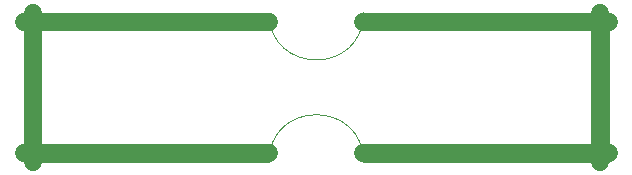
<source format=gbr>
%TF.GenerationSoftware,KiCad,Pcbnew,6.0.11-2627ca5db0~126~ubuntu20.04.1*%
%TF.CreationDate,2024-03-14T22:39:25-05:00*%
%TF.ProjectId,suqtagon-side,73757174-6167-46f6-9e2d-736964652e6b,rev?*%
%TF.SameCoordinates,Original*%
%TF.FileFunction,Legend,Bot*%
%TF.FilePolarity,Positive*%
%FSLAX46Y46*%
G04 Gerber Fmt 4.6, Leading zero omitted, Abs format (unit mm)*
G04 Created by KiCad (PCBNEW 6.0.11-2627ca5db0~126~ubuntu20.04.1) date 2024-03-14 22:39:25*
%MOMM*%
%LPD*%
G01*
G04 APERTURE LIST*
%ADD10C,1.500000*%
%TA.AperFunction,Profile*%
%ADD11C,0.100000*%
%TD*%
G04 APERTURE END LIST*
D10*
X100000000Y-111890000D02*
X120750000Y-111890000D01*
X128750000Y-100750000D02*
X149500000Y-100750000D01*
X148750000Y-112640000D02*
X148750000Y-100000000D01*
X100750000Y-112640000D02*
X100750000Y-100000000D01*
X100000000Y-100750000D02*
X120750000Y-100750000D01*
X128750000Y-111890000D02*
X149500000Y-111890000D01*
D11*
X120750000Y-100000000D02*
G75*
G03*
X128750000Y-100000000I4000000J0D01*
G01*
X128750000Y-100000000D02*
X149500000Y-100000000D01*
X100000000Y-100000000D02*
X120750000Y-100000000D01*
X100000000Y-112640000D02*
X120750000Y-112640000D01*
X128750000Y-112640000D02*
X149500000Y-112640000D01*
X149500000Y-100000000D02*
X149500000Y-112640000D01*
X128750000Y-112640000D02*
G75*
G03*
X120750000Y-112640000I-4000000J0D01*
G01*
X100000000Y-100000000D02*
X100000000Y-112640000D01*
M02*

</source>
